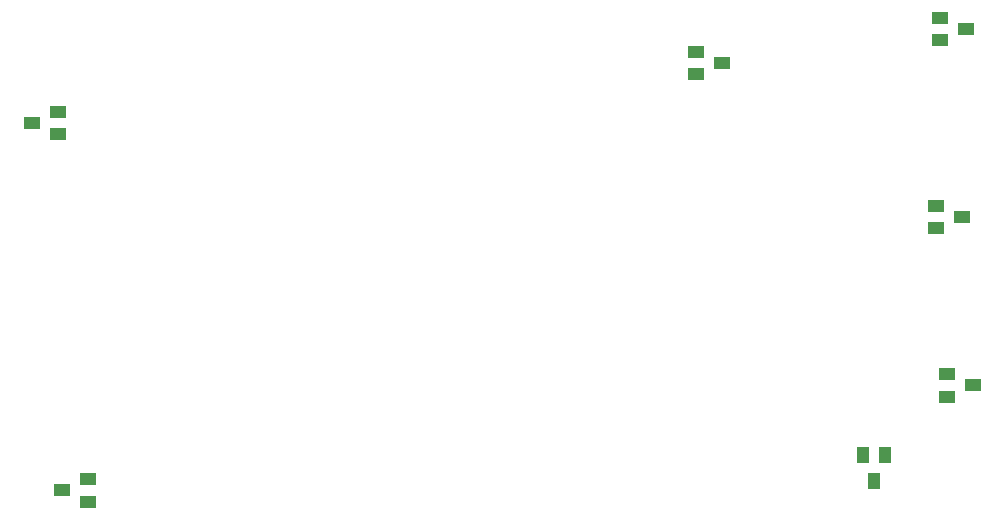
<source format=gtp>
G75*
%MOIN*%
%OFA0B0*%
%FSLAX24Y24*%
%IPPOS*%
%LPD*%
%AMOC8*
5,1,8,0,0,1.08239X$1,22.5*
%
%ADD10R,0.0551X0.0394*%
%ADD11R,0.0394X0.0551*%
D10*
X007400Y004055D03*
X008266Y003681D03*
X008266Y004429D03*
X007266Y015931D03*
X006400Y016305D03*
X007266Y016679D03*
X028525Y017931D03*
X029391Y018305D03*
X028525Y018679D03*
X036650Y019056D03*
X037516Y019430D03*
X036650Y019804D03*
X036525Y013554D03*
X037391Y013180D03*
X036525Y012806D03*
X036900Y007929D03*
X037766Y007555D03*
X036900Y007181D03*
D11*
X034832Y005238D03*
X034084Y005238D03*
X034458Y004372D03*
M02*

</source>
